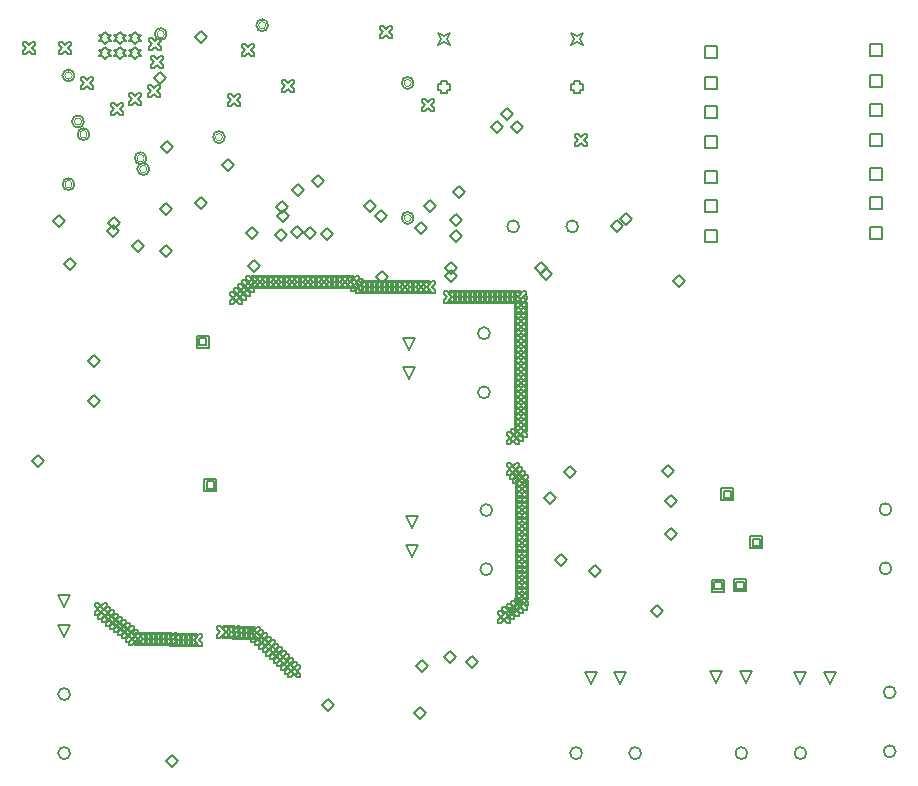
<source format=gbr>
%TF.GenerationSoftware,Altium Limited,Altium Designer,21.7.2 (23)*%
G04 Layer_Color=2752767*
%FSLAX45Y45*%
%MOMM*%
%TF.SameCoordinates,ACC8E456-25BC-4CB5-B469-56B585E6E94B*%
%TF.FilePolarity,Positive*%
%TF.FileFunction,Drawing*%
%TF.Part,Single*%
G01*
G75*
%TA.AperFunction,NonConductor*%
%ADD65C,0.12700*%
%ADD108C,0.16933*%
%ADD109C,0.10160*%
D65*
X7312360Y5215011D02*
Y5316611D01*
X7413960D01*
Y5215011D01*
X7312360D01*
Y4715011D02*
Y4816611D01*
X7413960D01*
Y4715011D01*
X7312360D01*
Y4969011D02*
Y5070611D01*
X7413960D01*
Y4969011D01*
X7312360D01*
X5914860Y5196333D02*
Y5297933D01*
X6016460D01*
Y5196333D01*
X5914860D01*
Y4696333D02*
Y4797933D01*
X6016460D01*
Y4696333D01*
X5914860D01*
Y4950333D02*
Y5051933D01*
X6016460D01*
Y4950333D01*
X5914860D01*
X485000Y1349200D02*
X434200Y1450800D01*
X535800D01*
X485000Y1349200D01*
Y1599200D02*
X434200Y1700800D01*
X535800D01*
X485000Y1599200D01*
X6720000Y954200D02*
X6669200Y1055800D01*
X6770800D01*
X6720000Y954200D01*
X6970000D02*
X6919200Y1055800D01*
X7020800D01*
X6970000Y954200D01*
X6257500Y961700D02*
X6206700Y1063300D01*
X6308300D01*
X6257500Y961700D01*
X6007500D02*
X5956700Y1063300D01*
X6058300D01*
X6007500Y961700D01*
X3405000Y3779200D02*
X3354200Y3880800D01*
X3455800D01*
X3405000Y3779200D01*
Y3529200D02*
X3354200Y3630800D01*
X3455800D01*
X3405000Y3529200D01*
X3435000Y2274200D02*
X3384200Y2375800D01*
X3485800D01*
X3435000Y2274200D01*
Y2024200D02*
X3384200Y2125800D01*
X3485800D01*
X3435000Y2024200D01*
X4945000Y951700D02*
X4894200Y1053300D01*
X4995800D01*
X4945000Y951700D01*
X5195000D02*
X5144200Y1053300D01*
X5245800D01*
X5195000Y951700D01*
X1092160Y6371700D02*
X1117560Y6397100D01*
X1142960D01*
X1117560Y6422500D01*
X1142960Y6447900D01*
X1117560D01*
X1092160Y6473300D01*
X1066760Y6447900D01*
X1041360D01*
X1066760Y6422500D01*
X1041360Y6397100D01*
X1066760D01*
X1092160Y6371700D01*
Y6244700D02*
X1117560Y6270100D01*
X1142960D01*
X1117560Y6295500D01*
X1142960Y6320900D01*
X1117560D01*
X1092160Y6346300D01*
X1066760Y6320900D01*
X1041360D01*
X1066760Y6295500D01*
X1041360Y6270100D01*
X1066760D01*
X1092160Y6244700D01*
X965160Y6371700D02*
X990560Y6397100D01*
X1015960D01*
X990560Y6422500D01*
X1015960Y6447900D01*
X990560D01*
X965160Y6473300D01*
X939760Y6447900D01*
X914360D01*
X939760Y6422500D01*
X914360Y6397100D01*
X939760D01*
X965160Y6371700D01*
Y6244700D02*
X990560Y6270100D01*
X1015960D01*
X990560Y6295500D01*
X1015960Y6320900D01*
X990560D01*
X965160Y6346300D01*
X939760Y6320900D01*
X914360D01*
X939760Y6295500D01*
X914360Y6270100D01*
X939760D01*
X965160Y6244700D01*
X838160Y6371700D02*
X863560Y6397100D01*
X888960D01*
X863560Y6422500D01*
X888960Y6447900D01*
X863560D01*
X838160Y6473300D01*
X812760Y6447900D01*
X787360D01*
X812760Y6422500D01*
X787360Y6397100D01*
X812760D01*
X838160Y6371700D01*
Y6244700D02*
X863560Y6270100D01*
X888960D01*
X863560Y6295500D01*
X888960Y6320900D01*
X863560D01*
X838160Y6346300D01*
X812760Y6320900D01*
X787360D01*
X812760Y6295500D01*
X787360Y6270100D01*
X812760D01*
X838160Y6244700D01*
X3652360Y6356700D02*
X3677760Y6407500D01*
X3652360Y6458300D01*
X3703160Y6432900D01*
X3753960Y6458300D01*
X3728560Y6407500D01*
X3753960Y6356700D01*
X3703160Y6382100D01*
X3652360Y6356700D01*
X4776360D02*
X4801760Y6407500D01*
X4776360Y6458300D01*
X4827160Y6432900D01*
X4877960Y6458300D01*
X4852560Y6407500D01*
X4877960Y6356700D01*
X4827160Y6382100D01*
X4776360Y6356700D01*
X3677760Y5982100D02*
Y5956700D01*
X3728560D01*
Y5982100D01*
X3753960D01*
Y6032900D01*
X3728560D01*
Y6058300D01*
X3677760D01*
Y6032900D01*
X3652360D01*
Y5982100D01*
X3677760D01*
X4801760D02*
Y5956700D01*
X4852560D01*
Y5982100D01*
X4877960D01*
Y6032900D01*
X4852560D01*
Y6058300D01*
X4801760D01*
Y6032900D01*
X4776360D01*
Y5982100D01*
X4801760D01*
X5916860Y5986700D02*
Y6088300D01*
X6018460D01*
Y5986700D01*
X5916860D01*
Y5486700D02*
Y5588300D01*
X6018460D01*
Y5486700D01*
X5916860D01*
Y5740700D02*
Y5842300D01*
X6018460D01*
Y5740700D01*
X5916860D01*
Y6248700D02*
Y6350300D01*
X6018460D01*
Y6248700D01*
X5916860D01*
X7314360Y6004200D02*
Y6105800D01*
X7415960D01*
Y6004200D01*
X7314360D01*
Y5504200D02*
Y5605800D01*
X7415960D01*
Y5504200D01*
X7314360D01*
Y5758200D02*
Y5859800D01*
X7415960D01*
Y5758200D01*
X7314360D01*
Y6266200D02*
Y6367800D01*
X7415960D01*
Y6266200D01*
X7314360D01*
X1896700Y4171700D02*
X1922100D01*
X1947500Y4197100D01*
X1972900Y4171700D01*
X1998300D01*
Y4197100D01*
X1972900Y4222500D01*
X1998300Y4247900D01*
Y4273300D01*
X1972900D01*
X1947500Y4247900D01*
X1922100Y4273300D01*
X1896700D01*
Y4247900D01*
X1922100Y4222500D01*
X1896700Y4197100D01*
Y4171700D01*
X1929200Y4204200D02*
X1954600D01*
X1980000Y4229600D01*
X2005400Y4204200D01*
X2030800D01*
Y4229600D01*
X2005400Y4255000D01*
X2030800Y4280400D01*
Y4305800D01*
X2005400D01*
X1980000Y4280400D01*
X1954600Y4305800D01*
X1929200D01*
Y4280400D01*
X1954600Y4255000D01*
X1929200Y4229600D01*
Y4204200D01*
X1961700Y4234200D02*
X1987100D01*
X2012500Y4259600D01*
X2037900Y4234200D01*
X2063300D01*
Y4259600D01*
X2037900Y4285000D01*
X2063300Y4310400D01*
Y4335800D01*
X2037900D01*
X2012500Y4310400D01*
X1987100Y4335800D01*
X1961700D01*
Y4310400D01*
X1987100Y4285000D01*
X1961700Y4259600D01*
Y4234200D01*
X1994200Y4266700D02*
X2019600D01*
X2045000Y4292100D01*
X2070400Y4266700D01*
X2095800D01*
Y4292100D01*
X2070400Y4317500D01*
X2095800Y4342900D01*
Y4368300D01*
X2070400D01*
X2045000Y4342900D01*
X2019600Y4368300D01*
X1994200D01*
Y4342900D01*
X2019600Y4317500D01*
X1994200Y4292100D01*
Y4266700D01*
X4239200Y2979200D02*
X4264600D01*
X4290000Y3004600D01*
X4315400Y2979200D01*
X4340800D01*
Y3004600D01*
X4315400Y3030000D01*
X4340800Y3055400D01*
Y3080800D01*
X4315400D01*
X4290000Y3055400D01*
X4264600Y3080800D01*
X4239200D01*
Y3055400D01*
X4264600Y3030000D01*
X4239200Y3004600D01*
Y2979200D01*
X4271700Y3009200D02*
X4297100D01*
X4322500Y3034600D01*
X4347900Y3009200D01*
X4373300D01*
Y3034600D01*
X4347900Y3060000D01*
X4373300Y3085400D01*
Y3110800D01*
X4347900D01*
X4322500Y3085400D01*
X4297100Y3110800D01*
X4271700D01*
Y3085400D01*
X4297100Y3060000D01*
X4271700Y3034600D01*
Y3009200D01*
X4301700Y3044200D02*
X4327100D01*
X4352500Y3069600D01*
X4377900Y3044200D01*
X4403300D01*
Y3069600D01*
X4377900Y3095000D01*
X4403300Y3120400D01*
Y3145800D01*
X4377900D01*
X4352500Y3120400D01*
X4327100Y3145800D01*
X4301700D01*
Y3120400D01*
X4327100Y3095000D01*
X4301700Y3069600D01*
Y3044200D01*
Y3091700D02*
X4327100D01*
X4352500Y3117100D01*
X4377900Y3091700D01*
X4403300D01*
Y3117100D01*
X4377900Y3142500D01*
X4403300Y3167900D01*
Y3193300D01*
X4377900D01*
X4352500Y3167900D01*
X4327100Y3193300D01*
X4301700D01*
Y3167900D01*
X4327100Y3142500D01*
X4301700Y3117100D01*
Y3091700D01*
Y3139200D02*
X4327100D01*
X4352500Y3164600D01*
X4377900Y3139200D01*
X4403300D01*
Y3164600D01*
X4377900Y3190000D01*
X4403300Y3215400D01*
Y3240800D01*
X4377900D01*
X4352500Y3215400D01*
X4327100Y3240800D01*
X4301700D01*
Y3215400D01*
X4327100Y3190000D01*
X4301700Y3164600D01*
Y3139200D01*
Y3186700D02*
X4327100D01*
X4352500Y3212100D01*
X4377900Y3186700D01*
X4403300D01*
Y3212100D01*
X4377900Y3237500D01*
X4403300Y3262900D01*
Y3288300D01*
X4377900D01*
X4352500Y3262900D01*
X4327100Y3288300D01*
X4301700D01*
Y3262900D01*
X4327100Y3237500D01*
X4301700Y3212100D01*
Y3186700D01*
Y3234200D02*
X4327100D01*
X4352500Y3259600D01*
X4377900Y3234200D01*
X4403300D01*
Y3259600D01*
X4377900Y3285000D01*
X4403300Y3310400D01*
Y3335800D01*
X4377900D01*
X4352500Y3310400D01*
X4327100Y3335800D01*
X4301700D01*
Y3310400D01*
X4327100Y3285000D01*
X4301700Y3259600D01*
Y3234200D01*
Y3281700D02*
X4327100D01*
X4352500Y3307100D01*
X4377900Y3281700D01*
X4403300D01*
Y3307100D01*
X4377900Y3332500D01*
X4403300Y3357900D01*
Y3383300D01*
X4377900D01*
X4352500Y3357900D01*
X4327100Y3383300D01*
X4301700D01*
Y3357900D01*
X4327100Y3332500D01*
X4301700Y3307100D01*
Y3281700D01*
Y3329200D02*
X4327100D01*
X4352500Y3354600D01*
X4377900Y3329200D01*
X4403300D01*
Y3354600D01*
X4377900Y3380000D01*
X4403300Y3405400D01*
Y3430800D01*
X4377900D01*
X4352500Y3405400D01*
X4327100Y3430800D01*
X4301700D01*
Y3405400D01*
X4327100Y3380000D01*
X4301700Y3354600D01*
Y3329200D01*
Y3376700D02*
X4327100D01*
X4352500Y3402100D01*
X4377900Y3376700D01*
X4403300D01*
Y3402100D01*
X4377900Y3427500D01*
X4403300Y3452900D01*
Y3478300D01*
X4377900D01*
X4352500Y3452900D01*
X4327100Y3478300D01*
X4301700D01*
Y3452900D01*
X4327100Y3427500D01*
X4301700Y3402100D01*
Y3376700D01*
Y3424200D02*
X4327100D01*
X4352500Y3449600D01*
X4377900Y3424200D01*
X4403300D01*
Y3449600D01*
X4377900Y3475000D01*
X4403300Y3500400D01*
Y3525800D01*
X4377900D01*
X4352500Y3500400D01*
X4327100Y3525800D01*
X4301700D01*
Y3500400D01*
X4327100Y3475000D01*
X4301700Y3449600D01*
Y3424200D01*
Y3471700D02*
X4327100D01*
X4352500Y3497100D01*
X4377900Y3471700D01*
X4403300D01*
Y3497100D01*
X4377900Y3522500D01*
X4403300Y3547900D01*
Y3573300D01*
X4377900D01*
X4352500Y3547900D01*
X4327100Y3573300D01*
X4301700D01*
Y3547900D01*
X4327100Y3522500D01*
X4301700Y3497100D01*
Y3471700D01*
Y3519200D02*
X4327100D01*
X4352500Y3544600D01*
X4377900Y3519200D01*
X4403300D01*
Y3544600D01*
X4377900Y3570000D01*
X4403300Y3595400D01*
Y3620800D01*
X4377900D01*
X4352500Y3595400D01*
X4327100Y3620800D01*
X4301700D01*
Y3595400D01*
X4327100Y3570000D01*
X4301700Y3544600D01*
Y3519200D01*
Y3566700D02*
X4327100D01*
X4352500Y3592100D01*
X4377900Y3566700D01*
X4403300D01*
Y3592100D01*
X4377900Y3617500D01*
X4403300Y3642900D01*
Y3668300D01*
X4377900D01*
X4352500Y3642900D01*
X4327100Y3668300D01*
X4301700D01*
Y3642900D01*
X4327100Y3617500D01*
X4301700Y3592100D01*
Y3566700D01*
Y3614200D02*
X4327100D01*
X4352500Y3639600D01*
X4377900Y3614200D01*
X4403300D01*
Y3639600D01*
X4377900Y3665000D01*
X4403300Y3690400D01*
Y3715800D01*
X4377900D01*
X4352500Y3690400D01*
X4327100Y3715800D01*
X4301700D01*
Y3690400D01*
X4327100Y3665000D01*
X4301700Y3639600D01*
Y3614200D01*
Y3661700D02*
X4327100D01*
X4352500Y3687100D01*
X4377900Y3661700D01*
X4403300D01*
Y3687100D01*
X4377900Y3712500D01*
X4403300Y3737900D01*
Y3763300D01*
X4377900D01*
X4352500Y3737900D01*
X4327100Y3763300D01*
X4301700D01*
Y3737900D01*
X4327100Y3712500D01*
X4301700Y3687100D01*
Y3661700D01*
Y3709200D02*
X4327100D01*
X4352500Y3734600D01*
X4377900Y3709200D01*
X4403300D01*
Y3734600D01*
X4377900Y3760000D01*
X4403300Y3785400D01*
Y3810800D01*
X4377900D01*
X4352500Y3785400D01*
X4327100Y3810800D01*
X4301700D01*
Y3785400D01*
X4327100Y3760000D01*
X4301700Y3734600D01*
Y3709200D01*
Y3756700D02*
X4327100D01*
X4352500Y3782100D01*
X4377900Y3756700D01*
X4403300D01*
Y3782100D01*
X4377900Y3807500D01*
X4403300Y3832900D01*
Y3858300D01*
X4377900D01*
X4352500Y3832900D01*
X4327100Y3858300D01*
X4301700D01*
Y3832900D01*
X4327100Y3807500D01*
X4301700Y3782100D01*
Y3756700D01*
Y3804200D02*
X4327100D01*
X4352500Y3829600D01*
X4377900Y3804200D01*
X4403300D01*
Y3829600D01*
X4377900Y3855000D01*
X4403300Y3880400D01*
Y3905800D01*
X4377900D01*
X4352500Y3880400D01*
X4327100Y3905800D01*
X4301700D01*
Y3880400D01*
X4327100Y3855000D01*
X4301700Y3829600D01*
Y3804200D01*
Y3851700D02*
X4327100D01*
X4352500Y3877100D01*
X4377900Y3851700D01*
X4403300D01*
Y3877100D01*
X4377900Y3902500D01*
X4403300Y3927900D01*
Y3953300D01*
X4377900D01*
X4352500Y3927900D01*
X4327100Y3953300D01*
X4301700D01*
Y3927900D01*
X4327100Y3902500D01*
X4301700Y3877100D01*
Y3851700D01*
Y3899200D02*
X4327100D01*
X4352500Y3924600D01*
X4377900Y3899200D01*
X4403300D01*
Y3924600D01*
X4377900Y3950000D01*
X4403300Y3975400D01*
Y4000800D01*
X4377900D01*
X4352500Y3975400D01*
X4327100Y4000800D01*
X4301700D01*
Y3975400D01*
X4327100Y3950000D01*
X4301700Y3924600D01*
Y3899200D01*
Y3946700D02*
X4327100D01*
X4352500Y3972100D01*
X4377900Y3946700D01*
X4403300D01*
Y3972100D01*
X4377900Y3997500D01*
X4403300Y4022900D01*
Y4048300D01*
X4377900D01*
X4352500Y4022900D01*
X4327100Y4048300D01*
X4301700D01*
Y4022900D01*
X4327100Y3997500D01*
X4301700Y3972100D01*
Y3946700D01*
Y3994200D02*
X4327100D01*
X4352500Y4019600D01*
X4377900Y3994200D01*
X4403300D01*
Y4019600D01*
X4377900Y4045000D01*
X4403300Y4070400D01*
Y4095800D01*
X4377900D01*
X4352500Y4070400D01*
X4327100Y4095800D01*
X4301700D01*
Y4070400D01*
X4327100Y4045000D01*
X4301700Y4019600D01*
Y3994200D01*
Y4041700D02*
X4327100D01*
X4352500Y4067100D01*
X4377900Y4041700D01*
X4403300D01*
Y4067100D01*
X4377900Y4092500D01*
X4403300Y4117900D01*
Y4143300D01*
X4377900D01*
X4352500Y4117900D01*
X4327100Y4143300D01*
X4301700D01*
Y4117900D01*
X4327100Y4092500D01*
X4301700Y4067100D01*
Y4041700D01*
Y4086700D02*
X4327100D01*
X4352500Y4112100D01*
X4377900Y4086700D01*
X4403300D01*
Y4112100D01*
X4377900Y4137500D01*
X4403300Y4162900D01*
Y4188300D01*
X4377900D01*
X4352500Y4162900D01*
X4327100Y4188300D01*
X4301700D01*
Y4162900D01*
X4327100Y4137500D01*
X4301700Y4112100D01*
Y4086700D01*
Y4134200D02*
X4327100D01*
X4352500Y4159600D01*
X4377900Y4134200D01*
X4403300D01*
Y4159600D01*
X4377900Y4185000D01*
X4403300Y4210400D01*
Y4235800D01*
X4377900D01*
X4352500Y4210400D01*
X4327100Y4235800D01*
X4301700D01*
Y4210400D01*
X4327100Y4185000D01*
X4301700Y4159600D01*
Y4134200D01*
X4239200Y2716700D02*
X4264600D01*
X4290000Y2742100D01*
X4315400Y2716700D01*
X4340800D01*
Y2742100D01*
X4315400Y2767500D01*
X4340800Y2792900D01*
Y2818300D01*
X4315400D01*
X4290000Y2792900D01*
X4264600Y2818300D01*
X4239200D01*
Y2792900D01*
X4264600Y2767500D01*
X4239200Y2742100D01*
Y2716700D01*
X4264200Y2684200D02*
X4289600D01*
X4315000Y2709600D01*
X4340400Y2684200D01*
X4365800D01*
Y2709600D01*
X4340400Y2735000D01*
X4365800Y2760400D01*
Y2785800D01*
X4340400D01*
X4315000Y2760400D01*
X4289600Y2785800D01*
X4264200D01*
Y2760400D01*
X4289600Y2735000D01*
X4264200Y2709600D01*
Y2684200D01*
X4289200Y2651700D02*
X4314600D01*
X4340000Y2677100D01*
X4365400Y2651700D01*
X4390800D01*
Y2677100D01*
X4365400Y2702500D01*
X4390800Y2727900D01*
Y2753300D01*
X4365400D01*
X4340000Y2727900D01*
X4314600Y2753300D01*
X4289200D01*
Y2727900D01*
X4314600Y2702500D01*
X4289200Y2677100D01*
Y2651700D01*
X4164200Y1466700D02*
X4189600D01*
X4215000Y1492100D01*
X4240400Y1466700D01*
X4265800D01*
Y1492100D01*
X4240400Y1517500D01*
X4265800Y1542900D01*
Y1568300D01*
X4240400D01*
X4215000Y1542900D01*
X4189600Y1568300D01*
X4164200D01*
Y1542900D01*
X4189600Y1517500D01*
X4164200Y1492100D01*
Y1466700D01*
X4199200Y1496700D02*
X4224600D01*
X4250000Y1522100D01*
X4275400Y1496700D01*
X4300800D01*
Y1522100D01*
X4275400Y1547500D01*
X4300800Y1572900D01*
Y1598300D01*
X4275400D01*
X4250000Y1572900D01*
X4224600Y1598300D01*
X4199200D01*
Y1572900D01*
X4224600Y1547500D01*
X4199200Y1522100D01*
Y1496700D01*
X4234200Y1524200D02*
X4259600D01*
X4285000Y1549600D01*
X4310400Y1524200D01*
X4335800D01*
Y1549600D01*
X4310400Y1575000D01*
X4335800Y1600400D01*
Y1625800D01*
X4310400D01*
X4285000Y1600400D01*
X4259600Y1625800D01*
X4234200D01*
Y1600400D01*
X4259600Y1575000D01*
X4234200Y1549600D01*
Y1524200D01*
X4271700Y1549200D02*
X4297100D01*
X4322500Y1574600D01*
X4347900Y1549200D01*
X4373300D01*
Y1574600D01*
X4347900Y1600000D01*
X4373300Y1625400D01*
Y1650800D01*
X4347900D01*
X4322500Y1625400D01*
X4297100Y1650800D01*
X4271700D01*
Y1625400D01*
X4297100Y1600000D01*
X4271700Y1574600D01*
Y1549200D01*
X4309200Y1576700D02*
X4334600D01*
X4360000Y1602100D01*
X4385400Y1576700D01*
X4410800D01*
Y1602100D01*
X4385400Y1627500D01*
X4410800Y1652900D01*
Y1678300D01*
X4385400D01*
X4360000Y1652900D01*
X4334600Y1678300D01*
X4309200D01*
Y1652900D01*
X4334600Y1627500D01*
X4309200Y1602100D01*
Y1576700D01*
X4311700Y1621700D02*
X4337100D01*
X4362500Y1647100D01*
X4387900Y1621700D01*
X4413300D01*
Y1647100D01*
X4387900Y1672500D01*
X4413300Y1697900D01*
Y1723300D01*
X4387900D01*
X4362500Y1697900D01*
X4337100Y1723300D01*
X4311700D01*
Y1697900D01*
X4337100Y1672500D01*
X4311700Y1647100D01*
Y1621700D01*
Y1666700D02*
X4337100D01*
X4362500Y1692100D01*
X4387900Y1666700D01*
X4413300D01*
Y1692100D01*
X4387900Y1717500D01*
X4413300Y1742900D01*
Y1768300D01*
X4387900D01*
X4362500Y1742900D01*
X4337100Y1768300D01*
X4311700D01*
Y1742900D01*
X4337100Y1717500D01*
X4311700Y1692100D01*
Y1666700D01*
Y1711700D02*
X4337100D01*
X4362500Y1737100D01*
X4387900Y1711700D01*
X4413300D01*
Y1737100D01*
X4387900Y1762500D01*
X4413300Y1787900D01*
Y1813300D01*
X4387900D01*
X4362500Y1787900D01*
X4337100Y1813300D01*
X4311700D01*
Y1787900D01*
X4337100Y1762500D01*
X4311700Y1737100D01*
Y1711700D01*
Y1756700D02*
X4337100D01*
X4362500Y1782100D01*
X4387900Y1756700D01*
X4413300D01*
Y1782100D01*
X4387900Y1807500D01*
X4413300Y1832900D01*
Y1858300D01*
X4387900D01*
X4362500Y1832900D01*
X4337100Y1858300D01*
X4311700D01*
Y1832900D01*
X4337100Y1807500D01*
X4311700Y1782100D01*
Y1756700D01*
Y1801700D02*
X4337100D01*
X4362500Y1827100D01*
X4387900Y1801700D01*
X4413300D01*
Y1827100D01*
X4387900Y1852500D01*
X4413300Y1877900D01*
Y1903300D01*
X4387900D01*
X4362500Y1877900D01*
X4337100Y1903300D01*
X4311700D01*
Y1877900D01*
X4337100Y1852500D01*
X4311700Y1827100D01*
Y1801700D01*
Y1846700D02*
X4337100D01*
X4362500Y1872100D01*
X4387900Y1846700D01*
X4413300D01*
Y1872100D01*
X4387900Y1897500D01*
X4413300Y1922900D01*
Y1948300D01*
X4387900D01*
X4362500Y1922900D01*
X4337100Y1948300D01*
X4311700D01*
Y1922900D01*
X4337100Y1897500D01*
X4311700Y1872100D01*
Y1846700D01*
Y1891700D02*
X4337100D01*
X4362500Y1917100D01*
X4387900Y1891700D01*
X4413300D01*
Y1917100D01*
X4387900Y1942500D01*
X4413300Y1967900D01*
Y1993300D01*
X4387900D01*
X4362500Y1967900D01*
X4337100Y1993300D01*
X4311700D01*
Y1967900D01*
X4337100Y1942500D01*
X4311700Y1917100D01*
Y1891700D01*
Y1936700D02*
X4337100D01*
X4362500Y1962100D01*
X4387900Y1936700D01*
X4413300D01*
Y1962100D01*
X4387900Y1987500D01*
X4413300Y2012900D01*
Y2038300D01*
X4387900D01*
X4362500Y2012900D01*
X4337100Y2038300D01*
X4311700D01*
Y2012900D01*
X4337100Y1987500D01*
X4311700Y1962100D01*
Y1936700D01*
Y1981700D02*
X4337100D01*
X4362500Y2007100D01*
X4387900Y1981700D01*
X4413300D01*
Y2007100D01*
X4387900Y2032500D01*
X4413300Y2057900D01*
Y2083300D01*
X4387900D01*
X4362500Y2057900D01*
X4337100Y2083300D01*
X4311700D01*
Y2057900D01*
X4337100Y2032500D01*
X4311700Y2007100D01*
Y1981700D01*
Y2026700D02*
X4337100D01*
X4362500Y2052100D01*
X4387900Y2026700D01*
X4413300D01*
Y2052100D01*
X4387900Y2077500D01*
X4413300Y2102900D01*
Y2128300D01*
X4387900D01*
X4362500Y2102900D01*
X4337100Y2128300D01*
X4311700D01*
Y2102900D01*
X4337100Y2077500D01*
X4311700Y2052100D01*
Y2026700D01*
Y2071700D02*
X4337100D01*
X4362500Y2097100D01*
X4387900Y2071700D01*
X4413300D01*
Y2097100D01*
X4387900Y2122500D01*
X4413300Y2147900D01*
Y2173300D01*
X4387900D01*
X4362500Y2147900D01*
X4337100Y2173300D01*
X4311700D01*
Y2147900D01*
X4337100Y2122500D01*
X4311700Y2097100D01*
Y2071700D01*
Y2116700D02*
X4337100D01*
X4362500Y2142100D01*
X4387900Y2116700D01*
X4413300D01*
Y2142100D01*
X4387900Y2167500D01*
X4413300Y2192900D01*
Y2218300D01*
X4387900D01*
X4362500Y2192900D01*
X4337100Y2218300D01*
X4311700D01*
Y2192900D01*
X4337100Y2167500D01*
X4311700Y2142100D01*
Y2116700D01*
Y2164200D02*
X4337100D01*
X4362500Y2189600D01*
X4387900Y2164200D01*
X4413300D01*
Y2189600D01*
X4387900Y2215000D01*
X4413300Y2240400D01*
Y2265800D01*
X4387900D01*
X4362500Y2240400D01*
X4337100Y2265800D01*
X4311700D01*
Y2240400D01*
X4337100Y2215000D01*
X4311700Y2189600D01*
Y2164200D01*
Y2211700D02*
X4337100D01*
X4362500Y2237100D01*
X4387900Y2211700D01*
X4413300D01*
Y2237100D01*
X4387900Y2262500D01*
X4413300Y2287900D01*
Y2313300D01*
X4387900D01*
X4362500Y2287900D01*
X4337100Y2313300D01*
X4311700D01*
Y2287900D01*
X4337100Y2262500D01*
X4311700Y2237100D01*
Y2211700D01*
Y2259200D02*
X4337100D01*
X4362500Y2284600D01*
X4387900Y2259200D01*
X4413300D01*
Y2284600D01*
X4387900Y2310000D01*
X4413300Y2335400D01*
Y2360800D01*
X4387900D01*
X4362500Y2335400D01*
X4337100Y2360800D01*
X4311700D01*
Y2335400D01*
X4337100Y2310000D01*
X4311700Y2284600D01*
Y2259200D01*
Y2304200D02*
X4337100D01*
X4362500Y2329600D01*
X4387900Y2304200D01*
X4413300D01*
Y2329600D01*
X4387900Y2355000D01*
X4413300Y2380400D01*
Y2405800D01*
X4387900D01*
X4362500Y2380400D01*
X4337100Y2405800D01*
X4311700D01*
Y2380400D01*
X4337100Y2355000D01*
X4311700Y2329600D01*
Y2304200D01*
Y2349200D02*
X4337100D01*
X4362500Y2374600D01*
X4387900Y2349200D01*
X4413300D01*
Y2374600D01*
X4387900Y2400000D01*
X4413300Y2425400D01*
Y2450800D01*
X4387900D01*
X4362500Y2425400D01*
X4337100Y2450800D01*
X4311700D01*
Y2425400D01*
X4337100Y2400000D01*
X4311700Y2374600D01*
Y2349200D01*
Y2394200D02*
X4337100D01*
X4362500Y2419600D01*
X4387900Y2394200D01*
X4413300D01*
Y2419600D01*
X4387900Y2445000D01*
X4413300Y2470400D01*
Y2495800D01*
X4387900D01*
X4362500Y2470400D01*
X4337100Y2495800D01*
X4311700D01*
Y2470400D01*
X4337100Y2445000D01*
X4311700Y2419600D01*
Y2394200D01*
Y2439200D02*
X4337100D01*
X4362500Y2464600D01*
X4387900Y2439200D01*
X4413300D01*
Y2464600D01*
X4387900Y2490000D01*
X4413300Y2515400D01*
Y2540800D01*
X4387900D01*
X4362500Y2515400D01*
X4337100Y2540800D01*
X4311700D01*
Y2515400D01*
X4337100Y2490000D01*
X4311700Y2464600D01*
Y2439200D01*
Y2484200D02*
X4337100D01*
X4362500Y2509600D01*
X4387900Y2484200D01*
X4413300D01*
Y2509600D01*
X4387900Y2535000D01*
X4413300Y2560400D01*
Y2585800D01*
X4387900D01*
X4362500Y2560400D01*
X4337100Y2585800D01*
X4311700D01*
Y2560400D01*
X4337100Y2535000D01*
X4311700Y2509600D01*
Y2484200D01*
Y2529200D02*
X4337100D01*
X4362500Y2554600D01*
X4387900Y2529200D01*
X4413300D01*
Y2554600D01*
X4387900Y2580000D01*
X4413300Y2605400D01*
Y2630800D01*
X4387900D01*
X4362500Y2605400D01*
X4337100Y2630800D01*
X4311700D01*
Y2605400D01*
X4337100Y2580000D01*
X4311700Y2554600D01*
Y2529200D01*
Y2574200D02*
X4337100D01*
X4362500Y2599600D01*
X4387900Y2574200D01*
X4413300D01*
Y2599600D01*
X4387900Y2625000D01*
X4413300Y2650400D01*
Y2675800D01*
X4387900D01*
X4362500Y2650400D01*
X4337100Y2675800D01*
X4311700D01*
Y2650400D01*
X4337100Y2625000D01*
X4311700Y2599600D01*
Y2574200D01*
Y2616700D02*
X4337100D01*
X4362500Y2642100D01*
X4387900Y2616700D01*
X4413300D01*
Y2642100D01*
X4387900Y2667500D01*
X4413300Y2692900D01*
Y2718300D01*
X4387900D01*
X4362500Y2692900D01*
X4337100Y2718300D01*
X4311700D01*
Y2692900D01*
X4337100Y2667500D01*
X4311700Y2642100D01*
Y2616700D01*
X2029200Y4299200D02*
X2054600D01*
X2080000Y4324600D01*
X2105400Y4299200D01*
X2130800D01*
Y4324600D01*
X2105400Y4350000D01*
X2130800Y4375400D01*
Y4400800D01*
X2105400D01*
X2080000Y4375400D01*
X2054600Y4400800D01*
X2029200D01*
Y4375400D01*
X2054600Y4350000D01*
X2029200Y4324600D01*
Y4299200D01*
X2074200D02*
X2099600D01*
X2125000Y4324600D01*
X2150400Y4299200D01*
X2175800D01*
Y4324600D01*
X2150400Y4350000D01*
X2175800Y4375400D01*
Y4400800D01*
X2150400D01*
X2125000Y4375400D01*
X2099600Y4400800D01*
X2074200D01*
Y4375400D01*
X2099600Y4350000D01*
X2074200Y4324600D01*
Y4299200D01*
X2119200D02*
X2144600D01*
X2170000Y4324600D01*
X2195400Y4299200D01*
X2220800D01*
Y4324600D01*
X2195400Y4350000D01*
X2220800Y4375400D01*
Y4400800D01*
X2195400D01*
X2170000Y4375400D01*
X2144600Y4400800D01*
X2119200D01*
Y4375400D01*
X2144600Y4350000D01*
X2119200Y4324600D01*
Y4299200D01*
X2164200D02*
X2189600D01*
X2215000Y4324600D01*
X2240400Y4299200D01*
X2265800D01*
Y4324600D01*
X2240400Y4350000D01*
X2265800Y4375400D01*
Y4400800D01*
X2240400D01*
X2215000Y4375400D01*
X2189600Y4400800D01*
X2164200D01*
Y4375400D01*
X2189600Y4350000D01*
X2164200Y4324600D01*
Y4299200D01*
X2209200D02*
X2234600D01*
X2260000Y4324600D01*
X2285400Y4299200D01*
X2310800D01*
Y4324600D01*
X2285400Y4350000D01*
X2310800Y4375400D01*
Y4400800D01*
X2285400D01*
X2260000Y4375400D01*
X2234600Y4400800D01*
X2209200D01*
Y4375400D01*
X2234600Y4350000D01*
X2209200Y4324600D01*
Y4299200D01*
X2254200D02*
X2279600D01*
X2305000Y4324600D01*
X2330400Y4299200D01*
X2355800D01*
Y4324600D01*
X2330400Y4350000D01*
X2355800Y4375400D01*
Y4400800D01*
X2330400D01*
X2305000Y4375400D01*
X2279600Y4400800D01*
X2254200D01*
Y4375400D01*
X2279600Y4350000D01*
X2254200Y4324600D01*
Y4299200D01*
X2299200D02*
X2324600D01*
X2350000Y4324600D01*
X2375400Y4299200D01*
X2400800D01*
Y4324600D01*
X2375400Y4350000D01*
X2400800Y4375400D01*
Y4400800D01*
X2375400D01*
X2350000Y4375400D01*
X2324600Y4400800D01*
X2299200D01*
Y4375400D01*
X2324600Y4350000D01*
X2299200Y4324600D01*
Y4299200D01*
X2344200D02*
X2369600D01*
X2395000Y4324600D01*
X2420400Y4299200D01*
X2445800D01*
Y4324600D01*
X2420400Y4350000D01*
X2445800Y4375400D01*
Y4400800D01*
X2420400D01*
X2395000Y4375400D01*
X2369600Y4400800D01*
X2344200D01*
Y4375400D01*
X2369600Y4350000D01*
X2344200Y4324600D01*
Y4299200D01*
X2389200D02*
X2414600D01*
X2440000Y4324600D01*
X2465400Y4299200D01*
X2490800D01*
Y4324600D01*
X2465400Y4350000D01*
X2490800Y4375400D01*
Y4400800D01*
X2465400D01*
X2440000Y4375400D01*
X2414600Y4400800D01*
X2389200D01*
Y4375400D01*
X2414600Y4350000D01*
X2389200Y4324600D01*
Y4299200D01*
X2434200D02*
X2459600D01*
X2485000Y4324600D01*
X2510400Y4299200D01*
X2535800D01*
Y4324600D01*
X2510400Y4350000D01*
X2535800Y4375400D01*
Y4400800D01*
X2510400D01*
X2485000Y4375400D01*
X2459600Y4400800D01*
X2434200D01*
Y4375400D01*
X2459600Y4350000D01*
X2434200Y4324600D01*
Y4299200D01*
X2479200D02*
X2504600D01*
X2530000Y4324600D01*
X2555400Y4299200D01*
X2580800D01*
Y4324600D01*
X2555400Y4350000D01*
X2580800Y4375400D01*
Y4400800D01*
X2555400D01*
X2530000Y4375400D01*
X2504600Y4400800D01*
X2479200D01*
Y4375400D01*
X2504600Y4350000D01*
X2479200Y4324600D01*
Y4299200D01*
X2524200D02*
X2549600D01*
X2575000Y4324600D01*
X2600400Y4299200D01*
X2625800D01*
Y4324600D01*
X2600400Y4350000D01*
X2625800Y4375400D01*
Y4400800D01*
X2600400D01*
X2575000Y4375400D01*
X2549600Y4400800D01*
X2524200D01*
Y4375400D01*
X2549600Y4350000D01*
X2524200Y4324600D01*
Y4299200D01*
X2569200D02*
X2594600D01*
X2620000Y4324600D01*
X2645400Y4299200D01*
X2670800D01*
Y4324600D01*
X2645400Y4350000D01*
X2670800Y4375400D01*
Y4400800D01*
X2645400D01*
X2620000Y4375400D01*
X2594600Y4400800D01*
X2569200D01*
Y4375400D01*
X2594600Y4350000D01*
X2569200Y4324600D01*
Y4299200D01*
X2614200D02*
X2639600D01*
X2665000Y4324600D01*
X2690400Y4299200D01*
X2715800D01*
Y4324600D01*
X2690400Y4350000D01*
X2715800Y4375400D01*
Y4400800D01*
X2690400D01*
X2665000Y4375400D01*
X2639600Y4400800D01*
X2614200D01*
Y4375400D01*
X2639600Y4350000D01*
X2614200Y4324600D01*
Y4299200D01*
X2659200D02*
X2684600D01*
X2710000Y4324600D01*
X2735400Y4299200D01*
X2760800D01*
Y4324600D01*
X2735400Y4350000D01*
X2760800Y4375400D01*
Y4400800D01*
X2735400D01*
X2710000Y4375400D01*
X2684600Y4400800D01*
X2659200D01*
Y4375400D01*
X2684600Y4350000D01*
X2659200Y4324600D01*
Y4299200D01*
X2704200D02*
X2729600D01*
X2755000Y4324600D01*
X2780400Y4299200D01*
X2805800D01*
Y4324600D01*
X2780400Y4350000D01*
X2805800Y4375400D01*
Y4400800D01*
X2780400D01*
X2755000Y4375400D01*
X2729600Y4400800D01*
X2704200D01*
Y4375400D01*
X2729600Y4350000D01*
X2704200Y4324600D01*
Y4299200D01*
X2749200D02*
X2774600D01*
X2800000Y4324600D01*
X2825400Y4299200D01*
X2850800D01*
Y4324600D01*
X2825400Y4350000D01*
X2850800Y4375400D01*
Y4400800D01*
X2825400D01*
X2800000Y4375400D01*
X2774600Y4400800D01*
X2749200D01*
Y4375400D01*
X2774600Y4350000D01*
X2749200Y4324600D01*
Y4299200D01*
X3526700Y4256700D02*
X3552100D01*
X3577500Y4282100D01*
X3602900Y4256700D01*
X3628300D01*
Y4282100D01*
X3602900Y4307500D01*
X3628300Y4332900D01*
Y4358300D01*
X3602900D01*
X3577500Y4332900D01*
X3552100Y4358300D01*
X3526700D01*
Y4332900D01*
X3552100Y4307500D01*
X3526700Y4282100D01*
Y4256700D01*
X3481700D02*
X3507100D01*
X3532500Y4282100D01*
X3557900Y4256700D01*
X3583300D01*
Y4282100D01*
X3557900Y4307500D01*
X3583300Y4332900D01*
Y4358300D01*
X3557900D01*
X3532500Y4332900D01*
X3507100Y4358300D01*
X3481700D01*
Y4332900D01*
X3507100Y4307500D01*
X3481700Y4282100D01*
Y4256700D01*
X3436700D02*
X3462100D01*
X3487500Y4282100D01*
X3512900Y4256700D01*
X3538300D01*
Y4282100D01*
X3512900Y4307500D01*
X3538300Y4332900D01*
Y4358300D01*
X3512900D01*
X3487500Y4332900D01*
X3462100Y4358300D01*
X3436700D01*
Y4332900D01*
X3462100Y4307500D01*
X3436700Y4282100D01*
Y4256700D01*
X3391700D02*
X3417100D01*
X3442500Y4282100D01*
X3467900Y4256700D01*
X3493300D01*
Y4282100D01*
X3467900Y4307500D01*
X3493300Y4332900D01*
Y4358300D01*
X3467900D01*
X3442500Y4332900D01*
X3417100Y4358300D01*
X3391700D01*
Y4332900D01*
X3417100Y4307500D01*
X3391700Y4282100D01*
Y4256700D01*
X3346700D02*
X3372100D01*
X3397500Y4282100D01*
X3422900Y4256700D01*
X3448300D01*
Y4282100D01*
X3422900Y4307500D01*
X3448300Y4332900D01*
Y4358300D01*
X3422900D01*
X3397500Y4332900D01*
X3372100Y4358300D01*
X3346700D01*
Y4332900D01*
X3372100Y4307500D01*
X3346700Y4282100D01*
Y4256700D01*
X3301700D02*
X3327100D01*
X3352500Y4282100D01*
X3377900Y4256700D01*
X3403300D01*
Y4282100D01*
X3377900Y4307500D01*
X3403300Y4332900D01*
Y4358300D01*
X3377900D01*
X3352500Y4332900D01*
X3327100Y4358300D01*
X3301700D01*
Y4332900D01*
X3327100Y4307500D01*
X3301700Y4282100D01*
Y4256700D01*
X3259200D02*
X3284600D01*
X3310000Y4282100D01*
X3335400Y4256700D01*
X3360800D01*
Y4282100D01*
X3335400Y4307500D01*
X3360800Y4332900D01*
Y4358300D01*
X3335400D01*
X3310000Y4332900D01*
X3284600Y4358300D01*
X3259200D01*
Y4332900D01*
X3284600Y4307500D01*
X3259200Y4282100D01*
Y4256700D01*
X3214200D02*
X3239600D01*
X3265000Y4282100D01*
X3290400Y4256700D01*
X3315800D01*
Y4282100D01*
X3290400Y4307500D01*
X3315800Y4332900D01*
Y4358300D01*
X3290400D01*
X3265000Y4332900D01*
X3239600Y4358300D01*
X3214200D01*
Y4332900D01*
X3239600Y4307500D01*
X3214200Y4282100D01*
Y4256700D01*
X3171700D02*
X3197100D01*
X3222500Y4282100D01*
X3247900Y4256700D01*
X3273300D01*
Y4282100D01*
X3247900Y4307500D01*
X3273300Y4332900D01*
Y4358300D01*
X3247900D01*
X3222500Y4332900D01*
X3197100Y4358300D01*
X3171700D01*
Y4332900D01*
X3197100Y4307500D01*
X3171700Y4282100D01*
Y4256700D01*
X3129200D02*
X3154600D01*
X3180000Y4282100D01*
X3205400Y4256700D01*
X3230800D01*
Y4282100D01*
X3205400Y4307500D01*
X3230800Y4332900D01*
Y4358300D01*
X3205400D01*
X3180000Y4332900D01*
X3154600Y4358300D01*
X3129200D01*
Y4332900D01*
X3154600Y4307500D01*
X3129200Y4282100D01*
Y4256700D01*
X3086700D02*
X3112100D01*
X3137500Y4282100D01*
X3162900Y4256700D01*
X3188300D01*
Y4282100D01*
X3162900Y4307500D01*
X3188300Y4332900D01*
Y4358300D01*
X3162900D01*
X3137500Y4332900D01*
X3112100Y4358300D01*
X3086700D01*
Y4332900D01*
X3112100Y4307500D01*
X3086700Y4282100D01*
Y4256700D01*
X3044200D02*
X3069600D01*
X3095000Y4282100D01*
X3120400Y4256700D01*
X3145800D01*
Y4282100D01*
X3120400Y4307500D01*
X3145800Y4332900D01*
Y4358300D01*
X3120400D01*
X3095000Y4332900D01*
X3069600Y4358300D01*
X3044200D01*
Y4332900D01*
X3069600Y4307500D01*
X3044200Y4282100D01*
Y4256700D01*
X3001700D02*
X3027100D01*
X3052500Y4282100D01*
X3077900Y4256700D01*
X3103300D01*
Y4282100D01*
X3077900Y4307500D01*
X3103300Y4332900D01*
Y4358300D01*
X3077900D01*
X3052500Y4332900D01*
X3027100Y4358300D01*
X3001700D01*
Y4332900D01*
X3027100Y4307500D01*
X3001700Y4282100D01*
Y4256700D01*
X2959200Y4259200D02*
X2984600D01*
X3010000Y4284600D01*
X3035400Y4259200D01*
X3060800D01*
Y4284600D01*
X3035400Y4310000D01*
X3060800Y4335400D01*
Y4360800D01*
X3035400D01*
X3010000Y4335400D01*
X2984600Y4360800D01*
X2959200D01*
Y4335400D01*
X2984600Y4310000D01*
X2959200Y4284600D01*
Y4259200D01*
X2919200Y4276700D02*
X2944600D01*
X2970000Y4302100D01*
X2995400Y4276700D01*
X3020800D01*
Y4302100D01*
X2995400Y4327500D01*
X3020800Y4352900D01*
Y4378300D01*
X2995400D01*
X2970000Y4352900D01*
X2944600Y4378300D01*
X2919200D01*
Y4352900D01*
X2944600Y4327500D01*
X2919200Y4302100D01*
Y4276700D01*
X2881700Y4299200D02*
X2907100D01*
X2932500Y4324600D01*
X2957900Y4299200D01*
X2983300D01*
Y4324600D01*
X2957900Y4350000D01*
X2983300Y4375400D01*
Y4400800D01*
X2957900D01*
X2932500Y4375400D01*
X2907100Y4400800D01*
X2881700D01*
Y4375400D01*
X2907100Y4350000D01*
X2881700Y4324600D01*
Y4299200D01*
X2836700D02*
X2862100D01*
X2887500Y4324600D01*
X2912900Y4299200D01*
X2938300D01*
Y4324600D01*
X2912900Y4350000D01*
X2938300Y4375400D01*
Y4400800D01*
X2912900D01*
X2887500Y4375400D01*
X2862100Y4400800D01*
X2836700D01*
Y4375400D01*
X2862100Y4350000D01*
X2836700Y4324600D01*
Y4299200D01*
X2791700D02*
X2817100D01*
X2842500Y4324600D01*
X2867900Y4299200D01*
X2893300D01*
Y4324600D01*
X2867900Y4350000D01*
X2893300Y4375400D01*
Y4400800D01*
X2867900D01*
X2842500Y4375400D01*
X2817100Y4400800D01*
X2791700D01*
Y4375400D01*
X2817100Y4350000D01*
X2791700Y4324600D01*
Y4299200D01*
X4299200Y4176700D02*
X4324600D01*
X4350000Y4202100D01*
X4375400Y4176700D01*
X4400800D01*
Y4202100D01*
X4375400Y4227500D01*
X4400800Y4252900D01*
Y4278300D01*
X4375400D01*
X4350000Y4252900D01*
X4324600Y4278300D01*
X4299200D01*
Y4252900D01*
X4324600Y4227500D01*
X4299200Y4202100D01*
Y4176700D01*
X4256700D02*
X4282100D01*
X4307500Y4202100D01*
X4332900Y4176700D01*
X4358300D01*
Y4202100D01*
X4332900Y4227500D01*
X4358300Y4252900D01*
Y4278300D01*
X4332900D01*
X4307500Y4252900D01*
X4282100Y4278300D01*
X4256700D01*
Y4252900D01*
X4282100Y4227500D01*
X4256700Y4202100D01*
Y4176700D01*
X4214200D02*
X4239600D01*
X4265000Y4202100D01*
X4290400Y4176700D01*
X4315800D01*
Y4202100D01*
X4290400Y4227500D01*
X4315800Y4252900D01*
Y4278300D01*
X4290400D01*
X4265000Y4252900D01*
X4239600Y4278300D01*
X4214200D01*
Y4252900D01*
X4239600Y4227500D01*
X4214200Y4202100D01*
Y4176700D01*
X4171700D02*
X4197100D01*
X4222500Y4202100D01*
X4247900Y4176700D01*
X4273300D01*
Y4202100D01*
X4247900Y4227500D01*
X4273300Y4252900D01*
Y4278300D01*
X4247900D01*
X4222500Y4252900D01*
X4197100Y4278300D01*
X4171700D01*
Y4252900D01*
X4197100Y4227500D01*
X4171700Y4202100D01*
Y4176700D01*
X4129200D02*
X4154600D01*
X4180000Y4202100D01*
X4205400Y4176700D01*
X4230800D01*
Y4202100D01*
X4205400Y4227500D01*
X4230800Y4252900D01*
Y4278300D01*
X4205400D01*
X4180000Y4252900D01*
X4154600Y4278300D01*
X4129200D01*
Y4252900D01*
X4154600Y4227500D01*
X4129200Y4202100D01*
Y4176700D01*
X4086700D02*
X4112100D01*
X4137500Y4202100D01*
X4162900Y4176700D01*
X4188300D01*
Y4202100D01*
X4162900Y4227500D01*
X4188300Y4252900D01*
Y4278300D01*
X4162900D01*
X4137500Y4252900D01*
X4112100Y4278300D01*
X4086700D01*
Y4252900D01*
X4112100Y4227500D01*
X4086700Y4202100D01*
Y4176700D01*
X4044200D02*
X4069600D01*
X4095000Y4202100D01*
X4120400Y4176700D01*
X4145800D01*
Y4202100D01*
X4120400Y4227500D01*
X4145800Y4252900D01*
Y4278300D01*
X4120400D01*
X4095000Y4252900D01*
X4069600Y4278300D01*
X4044200D01*
Y4252900D01*
X4069600Y4227500D01*
X4044200Y4202100D01*
Y4176700D01*
X4001700D02*
X4027100D01*
X4052500Y4202100D01*
X4077900Y4176700D01*
X4103300D01*
Y4202100D01*
X4077900Y4227500D01*
X4103300Y4252900D01*
Y4278300D01*
X4077900D01*
X4052500Y4252900D01*
X4027100Y4278300D01*
X4001700D01*
Y4252900D01*
X4027100Y4227500D01*
X4001700Y4202100D01*
Y4176700D01*
X3959200D02*
X3984600D01*
X4010000Y4202100D01*
X4035400Y4176700D01*
X4060800D01*
Y4202100D01*
X4035400Y4227500D01*
X4060800Y4252900D01*
Y4278300D01*
X4035400D01*
X4010000Y4252900D01*
X3984600Y4278300D01*
X3959200D01*
Y4252900D01*
X3984600Y4227500D01*
X3959200Y4202100D01*
Y4176700D01*
X3916700D02*
X3942100D01*
X3967500Y4202100D01*
X3992900Y4176700D01*
X4018300D01*
Y4202100D01*
X3992900Y4227500D01*
X4018300Y4252900D01*
Y4278300D01*
X3992900D01*
X3967500Y4252900D01*
X3942100Y4278300D01*
X3916700D01*
Y4252900D01*
X3942100Y4227500D01*
X3916700Y4202100D01*
Y4176700D01*
X3874200D02*
X3899600D01*
X3925000Y4202100D01*
X3950400Y4176700D01*
X3975800D01*
Y4202100D01*
X3950400Y4227500D01*
X3975800Y4252900D01*
Y4278300D01*
X3950400D01*
X3925000Y4252900D01*
X3899600Y4278300D01*
X3874200D01*
Y4252900D01*
X3899600Y4227500D01*
X3874200Y4202100D01*
Y4176700D01*
X3831700D02*
X3857100D01*
X3882500Y4202100D01*
X3907900Y4176700D01*
X3933300D01*
Y4202100D01*
X3907900Y4227500D01*
X3933300Y4252900D01*
Y4278300D01*
X3907900D01*
X3882500Y4252900D01*
X3857100Y4278300D01*
X3831700D01*
Y4252900D01*
X3857100Y4227500D01*
X3831700Y4202100D01*
Y4176700D01*
X3789200D02*
X3814600D01*
X3840000Y4202100D01*
X3865400Y4176700D01*
X3890800D01*
Y4202100D01*
X3865400Y4227500D01*
X3890800Y4252900D01*
Y4278300D01*
X3865400D01*
X3840000Y4252900D01*
X3814600Y4278300D01*
X3789200D01*
Y4252900D01*
X3814600Y4227500D01*
X3789200Y4202100D01*
Y4176700D01*
X3746700D02*
X3772100D01*
X3797500Y4202100D01*
X3822900Y4176700D01*
X3848300D01*
Y4202100D01*
X3822900Y4227500D01*
X3848300Y4252900D01*
Y4278300D01*
X3822900D01*
X3797500Y4252900D01*
X3772100Y4278300D01*
X3746700D01*
Y4252900D01*
X3772100Y4227500D01*
X3746700Y4202100D01*
Y4176700D01*
X3704200D02*
X3729600D01*
X3755000Y4202100D01*
X3780400Y4176700D01*
X3805800D01*
Y4202100D01*
X3780400Y4227500D01*
X3805800Y4252900D01*
Y4278300D01*
X3780400D01*
X3755000Y4252900D01*
X3729600Y4278300D01*
X3704200D01*
Y4252900D01*
X3729600Y4227500D01*
X3704200Y4202100D01*
Y4176700D01*
X2334200Y5961700D02*
X2359600D01*
X2385000Y5987100D01*
X2410400Y5961700D01*
X2435800D01*
Y5987100D01*
X2410400Y6012500D01*
X2435800Y6037900D01*
Y6063300D01*
X2410400D01*
X2385000Y6037900D01*
X2359600Y6063300D01*
X2334200D01*
Y6037900D01*
X2359600Y6012500D01*
X2334200Y5987100D01*
Y5961700D01*
X3892587Y1140515D02*
X3943387Y1191315D01*
X3994187Y1140515D01*
X3943387Y1089715D01*
X3892587Y1140515D01*
X5454200Y1572500D02*
X5505000Y1623300D01*
X5555800Y1572500D01*
X5505000Y1521700D01*
X5454200Y1572500D01*
X3461700Y4810000D02*
X3512500Y4860800D01*
X3563300Y4810000D01*
X3512500Y4759200D01*
X3461700Y4810000D01*
X3121700Y4915000D02*
X3172500Y4965800D01*
X3223300Y4915000D01*
X3172500Y4864200D01*
X3121700Y4915000D01*
X2286700D02*
X2337500Y4965800D01*
X2388300Y4915000D01*
X2337500Y4864200D01*
X2286700Y4915000D01*
X853898Y4787251D02*
X904698Y4838051D01*
X955498Y4787251D01*
X904698Y4736451D01*
X853898Y4787251D01*
X861700Y4855000D02*
X912500Y4905800D01*
X963300Y4855000D01*
X912500Y4804200D01*
X861700Y4855000D01*
X1299200Y4972500D02*
X1350000Y5023300D01*
X1400800Y4972500D01*
X1350000Y4921700D01*
X1299200Y4972500D01*
X3536700Y4997500D02*
X3587500Y5048300D01*
X3638300Y4997500D01*
X3587500Y4946700D01*
X3536700Y4997500D01*
X3026700D02*
X3077500Y5048300D01*
X3128300Y4997500D01*
X3077500Y4946700D01*
X3026700Y4997500D01*
X2281700Y4992500D02*
X2332500Y5043300D01*
X2383300Y4992500D01*
X2332500Y4941700D01*
X2281700Y4992500D01*
X2659473Y4757941D02*
X2710273Y4808741D01*
X2761073Y4757941D01*
X2710273Y4707141D01*
X2659473Y4757941D01*
X3131700Y4392500D02*
X3182500Y4443300D01*
X3233300Y4392500D01*
X3182500Y4341700D01*
X3131700Y4392500D01*
X3711082Y4403444D02*
X3761882Y4454244D01*
X3812682Y4403444D01*
X3761882Y4352644D01*
X3711082Y4403444D01*
X4519200Y4422500D02*
X4570000Y4473300D01*
X4620800Y4422500D01*
X4570000Y4371700D01*
X4519200Y4422500D01*
X4472179Y4474263D02*
X4522979Y4525063D01*
X4573779Y4474263D01*
X4522979Y4423463D01*
X4472179Y4474263D01*
X5646700Y4360000D02*
X5697500Y4410800D01*
X5748300Y4360000D01*
X5697500Y4309200D01*
X5646700Y4360000D01*
X3758440Y4742500D02*
X3809240Y4793300D01*
X3860040Y4742500D01*
X3809240Y4691700D01*
X3758440Y4742500D01*
X5119200Y4825000D02*
X5170000Y4875800D01*
X5220800Y4825000D01*
X5170000Y4774200D01*
X5119200Y4825000D01*
X3754656Y4876762D02*
X3805456Y4927562D01*
X3856256Y4876762D01*
X3805456Y4825962D01*
X3754656Y4876762D01*
X5194430Y4888643D02*
X5245230Y4939443D01*
X5296030Y4888643D01*
X5245230Y4837843D01*
X5194430Y4888643D01*
X2031270Y4769204D02*
X2082070Y4820004D01*
X2132870Y4769204D01*
X2082070Y4718404D01*
X2031270Y4769204D01*
X1299200Y4619040D02*
X1350000Y4669840D01*
X1400800Y4619040D01*
X1350000Y4568240D01*
X1299200Y4619040D01*
X2046700Y4487500D02*
X2097500Y4538300D01*
X2148300Y4487500D01*
X2097500Y4436700D01*
X2046700Y4487500D01*
X3716700Y4472500D02*
X3767500Y4523300D01*
X3818300Y4472500D01*
X3767500Y4421700D01*
X3716700Y4472500D01*
X3704200Y1175000D02*
X3755000Y1225800D01*
X3805800Y1175000D01*
X3755000Y1124200D01*
X3704200Y1175000D01*
X4928540Y1909080D02*
X4979340Y1959880D01*
X5030140Y1909080D01*
X4979340Y1858280D01*
X4928540Y1909080D01*
X5549200Y2753420D02*
X5600000Y2804220D01*
X5650800Y2753420D01*
X5600000Y2702620D01*
X5549200Y2753420D01*
X1059200Y4660000D02*
X1110000Y4710800D01*
X1160800Y4660000D01*
X1110000Y4609200D01*
X1059200Y4660000D01*
X2406700Y4777500D02*
X2457500Y4828300D01*
X2508300Y4777500D01*
X2457500Y4726700D01*
X2406700Y4777500D01*
X2420723Y5136605D02*
X2471523Y5187405D01*
X2522323Y5136605D01*
X2471523Y5085805D01*
X2420723Y5136605D01*
X2586700Y5205000D02*
X2637500Y5255800D01*
X2688300Y5205000D01*
X2637500Y5154200D01*
X2586700Y5205000D01*
X2523126Y4771718D02*
X2573926Y4822518D01*
X2624726Y4771718D01*
X2573926Y4720918D01*
X2523126Y4771718D01*
X3776700Y5117500D02*
X3827500Y5168300D01*
X3878300Y5117500D01*
X3827500Y5066700D01*
X3776700Y5117500D01*
X3467580Y1105133D02*
X3518380Y1155933D01*
X3569180Y1105133D01*
X3518380Y1054333D01*
X3467580Y1105133D01*
X2667920Y770000D02*
X2718720Y820800D01*
X2769520Y770000D01*
X2718720Y719200D01*
X2667920Y770000D01*
X2169200Y1219200D02*
X2194600D01*
X2220000Y1244600D01*
X2245400Y1219200D01*
X2270800D01*
Y1244600D01*
X2245400Y1270000D01*
X2270800Y1295400D01*
Y1320800D01*
X2245400D01*
X2220000Y1295400D01*
X2194600Y1320800D01*
X2169200D01*
Y1295400D01*
X2194600Y1270000D01*
X2169200Y1244600D01*
Y1219200D01*
X2139200Y1249200D02*
X2164600D01*
X2190000Y1274600D01*
X2215400Y1249200D01*
X2240800D01*
Y1274600D01*
X2215400Y1300000D01*
X2240800Y1325400D01*
Y1350800D01*
X2215400D01*
X2190000Y1325400D01*
X2164600Y1350800D01*
X2139200D01*
Y1325400D01*
X2164600Y1300000D01*
X2139200Y1274600D01*
Y1249200D01*
X2106700Y1276700D02*
X2132100D01*
X2157500Y1302100D01*
X2182900Y1276700D01*
X2208300D01*
Y1302100D01*
X2182900Y1327500D01*
X2208300Y1352900D01*
Y1378300D01*
X2182900D01*
X2157500Y1352900D01*
X2132100Y1378300D01*
X2106700D01*
Y1352900D01*
X2132100Y1327500D01*
X2106700Y1302100D01*
Y1276700D01*
X2074200Y1304200D02*
X2099600D01*
X2125000Y1329600D01*
X2150400Y1304200D01*
X2175800D01*
Y1329600D01*
X2150400Y1355000D01*
X2175800Y1380400D01*
Y1405800D01*
X2150400D01*
X2125000Y1380400D01*
X2099600Y1405800D01*
X2074200D01*
Y1380400D01*
X2099600Y1355000D01*
X2074200Y1329600D01*
Y1304200D01*
X2041700Y1331700D02*
X2067100D01*
X2092500Y1357100D01*
X2117900Y1331700D01*
X2143300D01*
Y1357100D01*
X2117900Y1382500D01*
X2143300Y1407900D01*
Y1433300D01*
X2117900D01*
X2092500Y1407900D01*
X2067100Y1433300D01*
X2041700D01*
Y1407900D01*
X2067100Y1382500D01*
X2041700Y1357100D01*
Y1331700D01*
X1424200Y1274200D02*
X1449600D01*
X1475000Y1299600D01*
X1500400Y1274200D01*
X1525800D01*
Y1299600D01*
X1500400Y1325000D01*
X1525800Y1350400D01*
Y1375800D01*
X1500400D01*
X1475000Y1350400D01*
X1449600Y1375800D01*
X1424200D01*
Y1350400D01*
X1449600Y1325000D01*
X1424200Y1299600D01*
Y1274200D01*
X1509200D02*
X1534600D01*
X1560000Y1299600D01*
X1585400Y1274200D01*
X1610800D01*
Y1299600D01*
X1585400Y1325000D01*
X1610800Y1350400D01*
Y1375800D01*
X1585400D01*
X1560000Y1350400D01*
X1534600Y1375800D01*
X1509200D01*
Y1350400D01*
X1534600Y1325000D01*
X1509200Y1299600D01*
Y1274200D01*
X1381700D02*
X1407100D01*
X1432500Y1299600D01*
X1457900Y1274200D01*
X1483300D01*
Y1299600D01*
X1457900Y1325000D01*
X1483300Y1350400D01*
Y1375800D01*
X1457900D01*
X1432500Y1350400D01*
X1407100Y1375800D01*
X1381700D01*
Y1350400D01*
X1407100Y1325000D01*
X1381700Y1299600D01*
Y1274200D01*
X1466700D02*
X1492100D01*
X1517500Y1299600D01*
X1542900Y1274200D01*
X1568300D01*
Y1299600D01*
X1542900Y1325000D01*
X1568300Y1350400D01*
Y1375800D01*
X1542900D01*
X1517500Y1350400D01*
X1492100Y1375800D01*
X1466700D01*
Y1350400D01*
X1492100Y1325000D01*
X1466700Y1299600D01*
Y1274200D01*
X1339200Y1276700D02*
X1364600D01*
X1390000Y1302100D01*
X1415400Y1276700D01*
X1440800D01*
Y1302100D01*
X1415400Y1327500D01*
X1440800Y1352900D01*
Y1378300D01*
X1415400D01*
X1390000Y1352900D01*
X1364600Y1378300D01*
X1339200D01*
Y1352900D01*
X1364600Y1327500D01*
X1339200Y1302100D01*
Y1276700D01*
X1296700D02*
X1322100D01*
X1347500Y1302100D01*
X1372900Y1276700D01*
X1398300D01*
Y1302100D01*
X1372900Y1327500D01*
X1398300Y1352900D01*
Y1378300D01*
X1372900D01*
X1347500Y1352900D01*
X1322100Y1378300D01*
X1296700D01*
Y1352900D01*
X1322100Y1327500D01*
X1296700Y1302100D01*
Y1276700D01*
X1254200D02*
X1279600D01*
X1305000Y1302100D01*
X1330400Y1276700D01*
X1355800D01*
Y1302100D01*
X1330400Y1327500D01*
X1355800Y1352900D01*
Y1378300D01*
X1330400D01*
X1305000Y1352900D01*
X1279600Y1378300D01*
X1254200D01*
Y1352900D01*
X1279600Y1327500D01*
X1254200Y1302100D01*
Y1276700D01*
X1304200Y5497500D02*
X1355000Y5548300D01*
X1405800Y5497500D01*
X1355000Y5446700D01*
X1304200Y5497500D01*
X1821700Y5347500D02*
X1872500Y5398300D01*
X1923300Y5347500D01*
X1872500Y5296700D01*
X1821700Y5347500D01*
X1595360Y5023500D02*
X1646160Y5074300D01*
X1696960Y5023500D01*
X1646160Y4972700D01*
X1595360Y5023500D01*
X4104360Y5668500D02*
X4155160Y5719300D01*
X4205960Y5668500D01*
X4155160Y5617700D01*
X4104360Y5668500D01*
X3449200Y701280D02*
X3500000Y752080D01*
X3550800Y701280D01*
X3500000Y650480D01*
X3449200Y701280D01*
X1349200Y302500D02*
X1400000Y353300D01*
X1450800Y302500D01*
X1400000Y251700D01*
X1349200Y302500D01*
X4646700Y2002500D02*
X4697500Y2053300D01*
X4748300Y2002500D01*
X4697500Y1951700D01*
X4646700Y2002500D01*
X4549200Y2527500D02*
X4600000Y2578300D01*
X4650800Y2527500D01*
X4600000Y2476700D01*
X4549200Y2527500D01*
X4719263Y2747096D02*
X4770063Y2797896D01*
X4820863Y2747096D01*
X4770063Y2696296D01*
X4719263Y2747096D01*
X2276700Y4750000D02*
X2327500Y4800800D01*
X2378300Y4750000D01*
X2327500Y4699200D01*
X2276700Y4750000D01*
X1251700Y6077500D02*
X1302500Y6128300D01*
X1353300Y6077500D01*
X1302500Y6026700D01*
X1251700Y6077500D01*
X1596700Y6425000D02*
X1647500Y6475800D01*
X1698300Y6425000D01*
X1647500Y6374200D01*
X1596700Y6425000D01*
X5974200Y1731700D02*
Y1833300D01*
X6075800D01*
Y1731700D01*
X5974200D01*
X5994520Y1752020D02*
Y1812980D01*
X6055480D01*
Y1752020D01*
X5994520D01*
X6052335Y2505393D02*
Y2606993D01*
X6153935D01*
Y2505393D01*
X6052335D01*
X6072655Y2525713D02*
Y2586673D01*
X6133615D01*
Y2525713D01*
X6072655D01*
X6298000Y2099200D02*
Y2200800D01*
X6399600D01*
Y2099200D01*
X6298000D01*
X6318320Y2119520D02*
Y2180480D01*
X6379280D01*
Y2119520D01*
X6318320D01*
X6159521Y1736746D02*
Y1838346D01*
X6261121D01*
Y1736746D01*
X6159521D01*
X6179841Y1757066D02*
Y1818026D01*
X6240801D01*
Y1757066D01*
X6179841D01*
X5579200Y2220000D02*
X5630000Y2270800D01*
X5680800Y2220000D01*
X5630000Y2169200D01*
X5579200Y2220000D01*
X5576700Y2500000D02*
X5627500Y2550800D01*
X5678300Y2500000D01*
X5627500Y2449200D01*
X5576700Y2500000D01*
X214200Y2835000D02*
X265000Y2885800D01*
X315800Y2835000D01*
X265000Y2784200D01*
X214200Y2835000D01*
X1675500Y2584200D02*
Y2685800D01*
X1777100D01*
Y2584200D01*
X1675500D01*
X1695820Y2604520D02*
Y2665480D01*
X1756780D01*
Y2604520D01*
X1695820D01*
X1609200Y3799200D02*
Y3900800D01*
X1710800D01*
Y3799200D01*
X1609200D01*
X1629520Y3819520D02*
Y3880480D01*
X1690480D01*
Y3819520D01*
X1629520D01*
X686700Y3350000D02*
X737500Y3400800D01*
X788300Y3350000D01*
X737500Y3299200D01*
X686700Y3350000D01*
Y3685000D02*
X737500Y3735800D01*
X788300Y3685000D01*
X737500Y3634200D01*
X686700Y3685000D01*
X2386700Y1009200D02*
X2412100D01*
X2437500Y1034600D01*
X2462900Y1009200D01*
X2488300D01*
Y1034600D01*
X2462900Y1060000D01*
X2488300Y1085400D01*
Y1110800D01*
X2462900D01*
X2437500Y1085400D01*
X2412100Y1110800D01*
X2386700D01*
Y1085400D01*
X2412100Y1060000D01*
X2386700Y1034600D01*
Y1009200D01*
X2356700Y1039200D02*
X2382100D01*
X2407500Y1064600D01*
X2432900Y1039200D01*
X2458300D01*
Y1064600D01*
X2432900Y1090000D01*
X2458300Y1115400D01*
Y1140800D01*
X2432900D01*
X2407500Y1115400D01*
X2382100Y1140800D01*
X2356700D01*
Y1115400D01*
X2382100Y1090000D01*
X2356700Y1064600D01*
Y1039200D01*
X2326700Y1071700D02*
X2352100D01*
X2377500Y1097100D01*
X2402900Y1071700D01*
X2428300D01*
Y1097100D01*
X2402900Y1122500D01*
X2428300Y1147900D01*
Y1173300D01*
X2402900D01*
X2377500Y1147900D01*
X2352100Y1173300D01*
X2326700D01*
Y1147900D01*
X2352100Y1122500D01*
X2326700Y1097100D01*
Y1071700D01*
X2294200Y1101700D02*
X2319600D01*
X2345000Y1127100D01*
X2370400Y1101700D01*
X2395800D01*
Y1127100D01*
X2370400Y1152500D01*
X2395800Y1177900D01*
Y1203300D01*
X2370400D01*
X2345000Y1177900D01*
X2319600Y1203300D01*
X2294200D01*
Y1177900D01*
X2319600Y1152500D01*
X2294200Y1127100D01*
Y1101700D01*
X2261700Y1131700D02*
X2287100D01*
X2312500Y1157100D01*
X2337900Y1131700D01*
X2363300D01*
Y1157100D01*
X2337900Y1182500D01*
X2363300Y1207900D01*
Y1233300D01*
X2337900D01*
X2312500Y1207900D01*
X2287100Y1233300D01*
X2261700D01*
Y1207900D01*
X2287100Y1182500D01*
X2261700Y1157100D01*
Y1131700D01*
X2231700Y1161700D02*
X2257100D01*
X2282500Y1187100D01*
X2307900Y1161700D01*
X2333300D01*
Y1187100D01*
X2307900Y1212500D01*
X2333300Y1237900D01*
Y1263300D01*
X2307900D01*
X2282500Y1237900D01*
X2257100Y1263300D01*
X2231700D01*
Y1237900D01*
X2257100Y1212500D01*
X2231700Y1187100D01*
Y1161700D01*
X2199200Y1189200D02*
X2224600D01*
X2250000Y1214600D01*
X2275400Y1189200D01*
X2300800D01*
Y1214600D01*
X2275400Y1240000D01*
X2300800Y1265400D01*
Y1290800D01*
X2275400D01*
X2250000Y1265400D01*
X2224600Y1290800D01*
X2199200D01*
Y1265400D01*
X2224600Y1240000D01*
X2199200Y1214600D01*
Y1189200D01*
X1956700Y1334200D02*
X1982100D01*
X2007500Y1359600D01*
X2032900Y1334200D01*
X2058300D01*
Y1359600D01*
X2032900Y1385000D01*
X2058300Y1410400D01*
Y1435800D01*
X2032900D01*
X2007500Y1410400D01*
X1982100Y1435800D01*
X1956700D01*
Y1410400D01*
X1982100Y1385000D01*
X1956700Y1359600D01*
Y1334200D01*
X1914200D02*
X1939600D01*
X1965000Y1359600D01*
X1990400Y1334200D01*
X2015800D01*
Y1359600D01*
X1990400Y1385000D01*
X2015800Y1410400D01*
Y1435800D01*
X1990400D01*
X1965000Y1410400D01*
X1939600Y1435800D01*
X1914200D01*
Y1410400D01*
X1939600Y1385000D01*
X1914200Y1359600D01*
Y1334200D01*
X1999200Y1331700D02*
X2024600D01*
X2050000Y1357100D01*
X2075400Y1331700D01*
X2100800D01*
Y1357100D01*
X2075400Y1382500D01*
X2100800Y1407900D01*
Y1433300D01*
X2075400D01*
X2050000Y1407900D01*
X2024600Y1433300D01*
X1999200D01*
Y1407900D01*
X2024600Y1382500D01*
X1999200Y1357100D01*
Y1331700D01*
X3161860Y6421700D02*
X3187260D01*
X3212660Y6447100D01*
X3238060Y6421700D01*
X3263460D01*
Y6447100D01*
X3238060Y6472500D01*
X3263460Y6497900D01*
Y6523300D01*
X3238060D01*
X3212660Y6497900D01*
X3187260Y6523300D01*
X3161860D01*
Y6497900D01*
X3187260Y6472500D01*
X3161860Y6447100D01*
Y6421700D01*
X1206860Y6314200D02*
X1232260D01*
X1257660Y6339600D01*
X1283060Y6314200D01*
X1308460D01*
Y6339600D01*
X1283060Y6365000D01*
X1308460Y6390400D01*
Y6415800D01*
X1283060D01*
X1257660Y6390400D01*
X1232260Y6415800D01*
X1206860D01*
Y6390400D01*
X1232260Y6365000D01*
X1206860Y6339600D01*
Y6314200D01*
X1221860Y6166700D02*
X1247260D01*
X1272660Y6192100D01*
X1298060Y6166700D01*
X1323460D01*
Y6192100D01*
X1298060Y6217500D01*
X1323460Y6242900D01*
Y6268300D01*
X1298060D01*
X1272660Y6242900D01*
X1247260Y6268300D01*
X1221860D01*
Y6242900D01*
X1247260Y6217500D01*
X1221860Y6192100D01*
Y6166700D01*
X1786700Y1336700D02*
X1812100D01*
X1837500Y1362100D01*
X1862900Y1336700D01*
X1888300D01*
Y1362100D01*
X1862900Y1387500D01*
X1888300Y1412900D01*
Y1438300D01*
X1862900D01*
X1837500Y1412900D01*
X1812100Y1438300D01*
X1786700D01*
Y1412900D01*
X1812100Y1387500D01*
X1786700Y1362100D01*
Y1336700D01*
X1829200D02*
X1854600D01*
X1880000Y1362100D01*
X1905400Y1336700D01*
X1930800D01*
Y1362100D01*
X1905400Y1387500D01*
X1930800Y1412900D01*
Y1438300D01*
X1905400D01*
X1880000Y1412900D01*
X1854600Y1438300D01*
X1829200D01*
Y1412900D01*
X1854600Y1387500D01*
X1829200Y1362100D01*
Y1336700D01*
X1871700D02*
X1897100D01*
X1922500Y1362100D01*
X1947900Y1336700D01*
X1973300D01*
Y1362100D01*
X1947900Y1387500D01*
X1973300Y1412900D01*
Y1438300D01*
X1947900D01*
X1922500Y1412900D01*
X1897100Y1438300D01*
X1871700D01*
Y1412900D01*
X1897100Y1387500D01*
X1871700Y1362100D01*
Y1336700D01*
X4811860Y5509200D02*
X4837260D01*
X4862660Y5534600D01*
X4888060Y5509200D01*
X4913460D01*
Y5534600D01*
X4888060Y5560000D01*
X4913460Y5585400D01*
Y5610800D01*
X4888060D01*
X4862660Y5585400D01*
X4837260Y5610800D01*
X4811860D01*
Y5585400D01*
X4837260Y5560000D01*
X4811860Y5534600D01*
Y5509200D01*
X3514360Y5799200D02*
X3539760D01*
X3565160Y5824600D01*
X3590560Y5799200D01*
X3615960D01*
Y5824600D01*
X3590560Y5850000D01*
X3615960Y5875400D01*
Y5900800D01*
X3590560D01*
X3565160Y5875400D01*
X3539760Y5900800D01*
X3514360D01*
Y5875400D01*
X3539760Y5850000D01*
X3514360Y5824600D01*
Y5799200D01*
X1874360Y5844200D02*
X1899760D01*
X1925160Y5869600D01*
X1950560Y5844200D01*
X1975960D01*
Y5869600D01*
X1950560Y5895000D01*
X1975960Y5920400D01*
Y5945800D01*
X1950560D01*
X1925160Y5920400D01*
X1899760Y5945800D01*
X1874360D01*
Y5920400D01*
X1899760Y5895000D01*
X1874360Y5869600D01*
Y5844200D01*
X1996860Y6266700D02*
X2022260D01*
X2047660Y6292100D01*
X2073060Y6266700D01*
X2098460D01*
Y6292100D01*
X2073060Y6317500D01*
X2098460Y6342900D01*
Y6368300D01*
X2073060D01*
X2047660Y6342900D01*
X2022260Y6368300D01*
X1996860D01*
Y6342900D01*
X2022260Y6317500D01*
X1996860Y6292100D01*
Y6266700D01*
X444360Y6286700D02*
X469760D01*
X495160Y6312100D01*
X520560Y6286700D01*
X545960D01*
Y6312100D01*
X520560Y6337500D01*
X545960Y6362900D01*
Y6388300D01*
X520560D01*
X495160Y6362900D01*
X469760Y6388300D01*
X444360D01*
Y6362900D01*
X469760Y6337500D01*
X444360Y6312100D01*
Y6286700D01*
X136860Y6284200D02*
X162260D01*
X187660Y6309600D01*
X213060Y6284200D01*
X238460D01*
Y6309600D01*
X213060Y6335000D01*
X238460Y6360400D01*
Y6385800D01*
X213060D01*
X187660Y6360400D01*
X162260Y6385800D01*
X136860D01*
Y6360400D01*
X162260Y6335000D01*
X136860Y6309600D01*
Y6284200D01*
X634360Y5984200D02*
X659760D01*
X685160Y6009600D01*
X710560Y5984200D01*
X735960D01*
Y6009600D01*
X710560Y6035000D01*
X735960Y6060400D01*
Y6085800D01*
X710560D01*
X685160Y6060400D01*
X659760Y6085800D01*
X634360D01*
Y6060400D01*
X659760Y6035000D01*
X634360Y6009600D01*
Y5984200D01*
X1201860Y5921700D02*
X1227260D01*
X1252660Y5947100D01*
X1278060Y5921700D01*
X1303460D01*
Y5947100D01*
X1278060Y5972500D01*
X1303460Y5997900D01*
Y6023300D01*
X1278060D01*
X1252660Y5997900D01*
X1227260Y6023300D01*
X1201860D01*
Y5997900D01*
X1227260Y5972500D01*
X1201860Y5947100D01*
Y5921700D01*
X1039360Y5854200D02*
X1064760D01*
X1090160Y5879600D01*
X1115560Y5854200D01*
X1140960D01*
Y5879600D01*
X1115560Y5905000D01*
X1140960Y5930400D01*
Y5955800D01*
X1115560D01*
X1090160Y5930400D01*
X1064760Y5955800D01*
X1039360D01*
Y5930400D01*
X1064760Y5905000D01*
X1039360Y5879600D01*
Y5854200D01*
X881860Y5769200D02*
X907260D01*
X932660Y5794600D01*
X958060Y5769200D01*
X983460D01*
Y5794600D01*
X958060Y5820000D01*
X983460Y5845400D01*
Y5870800D01*
X958060D01*
X932660Y5845400D01*
X907260Y5870800D01*
X881860D01*
Y5845400D01*
X907260Y5820000D01*
X881860Y5794600D01*
Y5769200D01*
X1551700Y1274200D02*
X1577100D01*
X1602500Y1299600D01*
X1627900Y1274200D01*
X1653300D01*
Y1299600D01*
X1627900Y1325000D01*
X1653300Y1350400D01*
Y1375800D01*
X1627900D01*
X1602500Y1350400D01*
X1577100Y1375800D01*
X1551700D01*
Y1350400D01*
X1577100Y1325000D01*
X1551700Y1299600D01*
Y1274200D01*
X1211700Y1276700D02*
X1237100D01*
X1262500Y1302100D01*
X1287900Y1276700D01*
X1313300D01*
Y1302100D01*
X1287900Y1327500D01*
X1313300Y1352900D01*
Y1378300D01*
X1287900D01*
X1262500Y1352900D01*
X1237100Y1378300D01*
X1211700D01*
Y1352900D01*
X1237100Y1327500D01*
X1211700Y1302100D01*
Y1276700D01*
X1169200D02*
X1194600D01*
X1220000Y1302100D01*
X1245400Y1276700D01*
X1270800D01*
Y1302100D01*
X1245400Y1327500D01*
X1270800Y1352900D01*
Y1378300D01*
X1245400D01*
X1220000Y1352900D01*
X1194600Y1378300D01*
X1169200D01*
Y1352900D01*
X1194600Y1327500D01*
X1169200Y1302100D01*
Y1276700D01*
X1126700D02*
X1152100D01*
X1177500Y1302100D01*
X1202900Y1276700D01*
X1228300D01*
Y1302100D01*
X1202900Y1327500D01*
X1228300Y1352900D01*
Y1378300D01*
X1202900D01*
X1177500Y1352900D01*
X1152100Y1378300D01*
X1126700D01*
Y1352900D01*
X1152100Y1327500D01*
X1126700Y1302100D01*
Y1276700D01*
X1084200Y1279200D02*
X1109600D01*
X1135000Y1304600D01*
X1160400Y1279200D01*
X1185800D01*
Y1304600D01*
X1160400Y1330000D01*
X1185800Y1355400D01*
Y1380800D01*
X1160400D01*
X1135000Y1355400D01*
X1109600Y1380800D01*
X1084200D01*
Y1355400D01*
X1109600Y1330000D01*
X1084200Y1304600D01*
Y1279200D01*
X1041700D02*
X1067100D01*
X1092500Y1304600D01*
X1117900Y1279200D01*
X1143300D01*
Y1304600D01*
X1117900Y1330000D01*
X1143300Y1355400D01*
Y1380800D01*
X1117900D01*
X1092500Y1355400D01*
X1067100Y1380800D01*
X1041700D01*
Y1355400D01*
X1067100Y1330000D01*
X1041700Y1304600D01*
Y1279200D01*
X1009200Y1309200D02*
X1034600D01*
X1060000Y1334600D01*
X1085400Y1309200D01*
X1110800D01*
Y1334600D01*
X1085400Y1360000D01*
X1110800Y1385400D01*
Y1410800D01*
X1085400D01*
X1060000Y1385400D01*
X1034600Y1410800D01*
X1009200D01*
Y1385400D01*
X1034600Y1360000D01*
X1009200Y1334600D01*
Y1309200D01*
X974200Y1336700D02*
X999600D01*
X1025000Y1362100D01*
X1050400Y1336700D01*
X1075800D01*
Y1362100D01*
X1050400Y1387500D01*
X1075800Y1412900D01*
Y1438300D01*
X1050400D01*
X1025000Y1412900D01*
X999600Y1438300D01*
X974200D01*
Y1412900D01*
X999600Y1387500D01*
X974200Y1362100D01*
Y1336700D01*
X941700Y1364200D02*
X967100D01*
X992500Y1389600D01*
X1017900Y1364200D01*
X1043300D01*
Y1389600D01*
X1017900Y1415000D01*
X1043300Y1440400D01*
Y1465800D01*
X1017900D01*
X992500Y1440400D01*
X967100Y1465800D01*
X941700D01*
Y1440400D01*
X967100Y1415000D01*
X941700Y1389600D01*
Y1364200D01*
X909200Y1391700D02*
X934600D01*
X960000Y1417100D01*
X985400Y1391700D01*
X1010800D01*
Y1417100D01*
X985400Y1442500D01*
X1010800Y1467900D01*
Y1493300D01*
X985400D01*
X960000Y1467900D01*
X934600Y1493300D01*
X909200D01*
Y1467900D01*
X934600Y1442500D01*
X909200Y1417100D01*
Y1391700D01*
X874200Y1416700D02*
X899600D01*
X925000Y1442100D01*
X950400Y1416700D01*
X975800D01*
Y1442100D01*
X950400Y1467500D01*
X975800Y1492900D01*
Y1518300D01*
X950400D01*
X925000Y1492900D01*
X899600Y1518300D01*
X874200D01*
Y1492900D01*
X899600Y1467500D01*
X874200Y1442100D01*
Y1416700D01*
X841700Y1444200D02*
X867100D01*
X892500Y1469600D01*
X917900Y1444200D01*
X943300D01*
Y1469600D01*
X917900Y1495000D01*
X943300Y1520400D01*
Y1545800D01*
X917900D01*
X892500Y1520400D01*
X867100Y1545800D01*
X841700D01*
Y1520400D01*
X867100Y1495000D01*
X841700Y1469600D01*
Y1444200D01*
X809200Y1471700D02*
X834600D01*
X860000Y1497100D01*
X885400Y1471700D01*
X910800D01*
Y1497100D01*
X885400Y1522500D01*
X910800Y1547900D01*
Y1573300D01*
X885400D01*
X860000Y1547900D01*
X834600Y1573300D01*
X809200D01*
Y1547900D01*
X834600Y1522500D01*
X809200Y1497100D01*
Y1471700D01*
X776700Y1501700D02*
X802100D01*
X827500Y1527100D01*
X852900Y1501700D01*
X878300D01*
Y1527100D01*
X852900Y1552500D01*
X878300Y1577900D01*
Y1603300D01*
X852900D01*
X827500Y1577900D01*
X802100Y1603300D01*
X776700D01*
Y1577900D01*
X802100Y1552500D01*
X776700Y1527100D01*
Y1501700D01*
X746700Y1531700D02*
X772100D01*
X797500Y1557100D01*
X822900Y1531700D01*
X848300D01*
Y1557100D01*
X822900Y1582500D01*
X848300Y1607900D01*
Y1633300D01*
X822900D01*
X797500Y1607900D01*
X772100Y1633300D01*
X746700D01*
Y1607900D01*
X772100Y1582500D01*
X746700Y1557100D01*
Y1531700D01*
X4184360Y5772500D02*
X4235160Y5823300D01*
X4285960Y5772500D01*
X4235160Y5721700D01*
X4184360Y5772500D01*
X4274474Y5667625D02*
X4325274Y5718425D01*
X4376074Y5667625D01*
X4325274Y5616825D01*
X4274474Y5667625D01*
X394360Y4872500D02*
X445160Y4923300D01*
X495960Y4872500D01*
X445160Y4821700D01*
X394360Y4872500D01*
X489360Y4502500D02*
X540160Y4553300D01*
X590960Y4502500D01*
X540160Y4451700D01*
X489360Y4502500D01*
D108*
X4093300Y3920000D02*
G03*
X4093300Y3920000I-50800J0D01*
G01*
Y3420000D02*
G03*
X4093300Y3420000I-50800J0D01*
G01*
X539317Y365000D02*
G03*
X539317Y365000I-50800J0D01*
G01*
Y865000D02*
G03*
X539317Y865000I-50800J0D01*
G01*
X7528300Y880000D02*
G03*
X7528300Y880000I-50800J0D01*
G01*
Y380000D02*
G03*
X7528300Y380000I-50800J0D01*
G01*
X4340960Y4825000D02*
G03*
X4340960Y4825000I-50800J0D01*
G01*
X4840960D02*
G03*
X4840960Y4825000I-50800J0D01*
G01*
X7493300Y2430000D02*
G03*
X7493300Y2430000I-50800J0D01*
G01*
Y1930000D02*
G03*
X7493300Y1930000I-50800J0D01*
G01*
X4113300Y2422500D02*
G03*
X4113300Y2422500I-50800J0D01*
G01*
Y1922500D02*
G03*
X4113300Y1922500I-50800J0D01*
G01*
X6273300Y365000D02*
G03*
X6273300Y365000I-50800J0D01*
G01*
X6773300D02*
G03*
X6773300Y365000I-50800J0D01*
G01*
X5373300D02*
G03*
X5373300Y365000I-50800J0D01*
G01*
X4873300D02*
G03*
X4873300Y365000I-50800J0D01*
G01*
X1208300Y5310000D02*
G03*
X1208300Y5310000I-50800J0D01*
G01*
X575960Y5182500D02*
G03*
X575960Y5182500I-50800J0D01*
G01*
Y6102500D02*
G03*
X575960Y6102500I-50800J0D01*
G01*
X702876Y5605583D02*
G03*
X702876Y5605583I-50800J0D01*
G01*
X3446960Y4896500D02*
G03*
X3446960Y4896500I-50800J0D01*
G01*
X1849901Y5580823D02*
G03*
X1849901Y5580823I-50800J0D01*
G01*
X2215960Y6527501D02*
G03*
X2215960Y6527501I-50800J0D01*
G01*
X1355960Y6452500D02*
G03*
X1355960Y6452500I-50800J0D01*
G01*
X3446960Y6039500D02*
G03*
X3446960Y6039500I-50800J0D01*
G01*
X655960Y5712500D02*
G03*
X655960Y5712500I-50800J0D01*
G01*
X1185960Y5402500D02*
G03*
X1185960Y5402500I-50800J0D01*
G01*
D109*
X1187980Y5310000D02*
G03*
X1187980Y5310000I-30480J0D01*
G01*
X555640Y5182500D02*
G03*
X555640Y5182500I-30480J0D01*
G01*
Y6102500D02*
G03*
X555640Y6102500I-30480J0D01*
G01*
X682556Y5605583D02*
G03*
X682556Y5605583I-30480J0D01*
G01*
X3426640Y4896500D02*
G03*
X3426640Y4896500I-30480J0D01*
G01*
X1829581Y5580823D02*
G03*
X1829581Y5580823I-30480J0D01*
G01*
X2195640Y6527501D02*
G03*
X2195640Y6527501I-30480J0D01*
G01*
X1335640Y6452500D02*
G03*
X1335640Y6452500I-30480J0D01*
G01*
X3426640Y6039500D02*
G03*
X3426640Y6039500I-30480J0D01*
G01*
X635640Y5712500D02*
G03*
X635640Y5712500I-30480J0D01*
G01*
X1165640Y5402500D02*
G03*
X1165640Y5402500I-30480J0D01*
G01*
%TF.MD5,a57dffcb66a8511e118fdd8a5aa77d14*%
M02*

</source>
